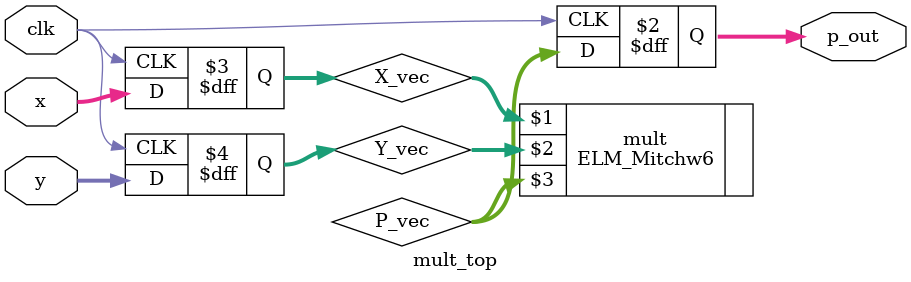
<source format=v>

`include "timescale.v"

module mult_top(
    // Clock and reset
    input clk,
    // Input X has a form x_i%d where %d denotes the bit number
    input  [15:0] x,
    // Input Y has a form y_i%d where %d denotes the bit number
    input  [15:0] y,
    // Output P has a form p_out%d where %d denotes the bit number
    output reg [31:0] p_out
    );

    
    // Now we have X_vec and Y_vec signal 
    // Then we do processing with these signals and store the 
    // intermidiate result in P_vec
    // For example purposes X_vec and Y_vec are concanated and stored in P_vec
    wire [31:0] P_vec;
    reg [15:0] X_vec;
    reg [15:0] Y_vec;
    
    ELM_Mitchw6 mult(X_vec,Y_vec,P_vec); 

 
    always @(posedge clk) 
    begin
        p_out = P_vec;
        X_vec = x;
        Y_vec = y;
    end

endmodule 


</source>
